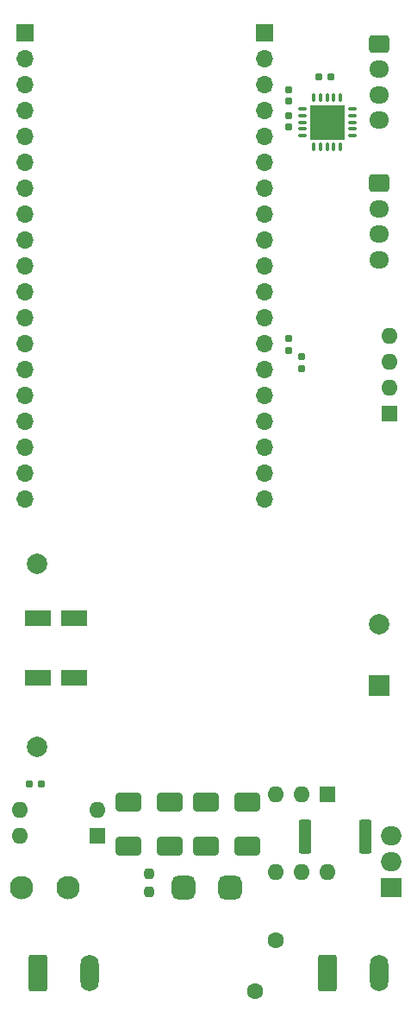
<source format=gbr>
%TF.GenerationSoftware,KiCad,Pcbnew,7.0.8*%
%TF.CreationDate,2024-01-30T16:00:28+08:00*%
%TF.ProjectId,esp32_temperature_controller,65737033-325f-4746-956d-706572617475,rev?*%
%TF.SameCoordinates,PX50e7ea0PY815a420*%
%TF.FileFunction,Soldermask,Bot*%
%TF.FilePolarity,Negative*%
%FSLAX46Y46*%
G04 Gerber Fmt 4.6, Leading zero omitted, Abs format (unit mm)*
G04 Created by KiCad (PCBNEW 7.0.8) date 2024-01-30 16:00:28*
%MOMM*%
%LPD*%
G01*
G04 APERTURE LIST*
G04 Aperture macros list*
%AMRoundRect*
0 Rectangle with rounded corners*
0 $1 Rounding radius*
0 $2 $3 $4 $5 $6 $7 $8 $9 X,Y pos of 4 corners*
0 Add a 4 corners polygon primitive as box body*
4,1,4,$2,$3,$4,$5,$6,$7,$8,$9,$2,$3,0*
0 Add four circle primitives for the rounded corners*
1,1,$1+$1,$2,$3*
1,1,$1+$1,$4,$5*
1,1,$1+$1,$6,$7*
1,1,$1+$1,$8,$9*
0 Add four rect primitives between the rounded corners*
20,1,$1+$1,$2,$3,$4,$5,0*
20,1,$1+$1,$4,$5,$6,$7,0*
20,1,$1+$1,$6,$7,$8,$9,0*
20,1,$1+$1,$8,$9,$2,$3,0*%
G04 Aperture macros list end*
%ADD10R,1.600000X1.600000*%
%ADD11O,1.600000X1.600000*%
%ADD12C,1.600000*%
%ADD13RoundRect,0.250000X-0.725000X0.600000X-0.725000X-0.600000X0.725000X-0.600000X0.725000X0.600000X0*%
%ADD14O,1.950000X1.700000*%
%ADD15RoundRect,0.250000X-0.650000X-1.550000X0.650000X-1.550000X0.650000X1.550000X-0.650000X1.550000X0*%
%ADD16O,1.800000X3.600000*%
%ADD17R,1.700000X1.700000*%
%ADD18O,1.700000X1.700000*%
%ADD19RoundRect,0.575000X0.575000X0.575000X-0.575000X0.575000X-0.575000X-0.575000X0.575000X-0.575000X0*%
%ADD20C,2.300000*%
%ADD21R,2.000000X2.000000*%
%ADD22C,2.000000*%
%ADD23R,2.000000X1.905000*%
%ADD24O,2.000000X1.905000*%
%ADD25RoundRect,0.250000X-0.362500X-1.425000X0.362500X-1.425000X0.362500X1.425000X-0.362500X1.425000X0*%
%ADD26RoundRect,0.155000X0.155000X-0.212500X0.155000X0.212500X-0.155000X0.212500X-0.155000X-0.212500X0*%
%ADD27RoundRect,0.160000X0.197500X0.160000X-0.197500X0.160000X-0.197500X-0.160000X0.197500X-0.160000X0*%
%ADD28RoundRect,0.250000X-1.000000X-0.650000X1.000000X-0.650000X1.000000X0.650000X-1.000000X0.650000X0*%
%ADD29RoundRect,0.250000X-1.050000X-0.550000X1.050000X-0.550000X1.050000X0.550000X-1.050000X0.550000X0*%
%ADD30RoundRect,0.075000X-0.075000X0.325000X-0.075000X-0.325000X0.075000X-0.325000X0.075000X0.325000X0*%
%ADD31RoundRect,0.075000X-0.325000X0.075000X-0.325000X-0.075000X0.325000X-0.075000X0.325000X0.075000X0*%
%ADD32R,3.350000X3.350000*%
%ADD33RoundRect,0.237500X0.237500X-0.250000X0.237500X0.250000X-0.237500X0.250000X-0.237500X-0.250000X0*%
%ADD34RoundRect,0.155000X-0.155000X0.212500X-0.155000X-0.212500X0.155000X-0.212500X0.155000X0.212500X0*%
G04 APERTURE END LIST*
D10*
%TO.C,U4*%
X31735000Y21072000D03*
D11*
X29195000Y21072000D03*
X26655000Y21072000D03*
X26655000Y13452000D03*
X29195000Y13452000D03*
X31735000Y13452000D03*
%TD*%
D12*
%TO.C,RV1*%
X24638000Y1778000D03*
X26638000Y6778000D03*
%TD*%
D13*
%TO.C,J6*%
X36830000Y81026000D03*
D14*
X36830000Y78526000D03*
X36830000Y76026000D03*
X36830000Y73526000D03*
%TD*%
D15*
%TO.C,J3*%
X3302000Y3556000D03*
D16*
X8382000Y3556000D03*
%TD*%
D15*
%TO.C,J4*%
X31750000Y3556000D03*
D16*
X36830000Y3556000D03*
%TD*%
D13*
%TO.C,J5*%
X36830000Y94702000D03*
D14*
X36830000Y92202000D03*
X36830000Y89702000D03*
X36830000Y87202000D03*
%TD*%
D17*
%TO.C,J1*%
X2057000Y95748000D03*
D18*
X2057000Y93208000D03*
X2057000Y90668000D03*
X2057000Y88128000D03*
X2057000Y85588000D03*
X2057000Y83048000D03*
X2057000Y80508000D03*
X2057000Y77968000D03*
X2057000Y75428000D03*
X2057000Y72888000D03*
X2057000Y70348000D03*
X2057000Y67808000D03*
X2057000Y65268000D03*
X2057000Y62728000D03*
X2057000Y60188000D03*
X2057000Y57648000D03*
X2057000Y55108000D03*
X2057000Y52568000D03*
X2057000Y50028000D03*
%TD*%
D10*
%TO.C,U3*%
X9134000Y17013000D03*
D11*
X9134000Y19553000D03*
X1514000Y19553000D03*
X1514000Y17013000D03*
%TD*%
D10*
%TO.C,J7*%
X37846000Y58420000D03*
D11*
X37846000Y60960000D03*
X37846000Y63500000D03*
X37846000Y66040000D03*
%TD*%
D17*
%TO.C,J2*%
X25557000Y95748000D03*
D18*
X25557000Y93208000D03*
X25557000Y90668000D03*
X25557000Y88128000D03*
X25557000Y85588000D03*
X25557000Y83048000D03*
X25557000Y80508000D03*
X25557000Y77968000D03*
X25557000Y75428000D03*
X25557000Y72888000D03*
X25557000Y70348000D03*
X25557000Y67808000D03*
X25557000Y65268000D03*
X25557000Y62728000D03*
X25557000Y60188000D03*
X25557000Y57648000D03*
X25557000Y55108000D03*
X25557000Y52568000D03*
X25557000Y50028000D03*
%TD*%
D19*
%TO.C,F1*%
X22188000Y11938000D03*
X17588000Y11938000D03*
D20*
X6288000Y11938000D03*
X1688000Y11938000D03*
%TD*%
D21*
%TO.C,PS1*%
X36830000Y31750000D03*
D22*
X36830000Y37750000D03*
X3230000Y25750000D03*
X3230000Y43750000D03*
%TD*%
D23*
%TO.C,D5*%
X38029000Y11938000D03*
D24*
X38029000Y14478000D03*
X38029000Y17018000D03*
%TD*%
D25*
%TO.C,R5*%
X29551500Y16936000D03*
X35476500Y16936000D03*
%TD*%
D26*
%TO.C,C6*%
X29210000Y62873000D03*
X29210000Y64008000D03*
%TD*%
%TO.C,C7*%
X27940000Y64651000D03*
X27940000Y65786000D03*
%TD*%
D27*
%TO.C,R7*%
X32093500Y91440000D03*
X30898500Y91440000D03*
%TD*%
D28*
%TO.C,D4*%
X12224000Y16002000D03*
X16224000Y16002000D03*
%TD*%
D29*
%TO.C,C2*%
X3280000Y38362000D03*
X6880000Y38362000D03*
%TD*%
D28*
%TO.C,D3*%
X12224000Y20320000D03*
X16224000Y20320000D03*
%TD*%
D30*
%TO.C,U1*%
X30420000Y89469500D03*
X31070000Y89469500D03*
X31720000Y89469500D03*
X32370000Y89469500D03*
X33020000Y89469500D03*
D31*
X34170000Y88319500D03*
X34170000Y87669500D03*
X34170000Y87019500D03*
X34170000Y86369500D03*
X34170000Y85719500D03*
D30*
X33020000Y84569500D03*
X32370000Y84569500D03*
X31720000Y84569500D03*
X31070000Y84569500D03*
X30420000Y84569500D03*
D31*
X29270000Y85719500D03*
X29270000Y86369500D03*
X29270000Y87019500D03*
X29270000Y87669500D03*
X29270000Y88319500D03*
D32*
X31720000Y87019500D03*
%TD*%
D26*
%TO.C,C4*%
X27940000Y86554500D03*
X27940000Y87689500D03*
%TD*%
D28*
%TO.C,D2*%
X19844000Y16002000D03*
X23844000Y16002000D03*
%TD*%
D33*
%TO.C,R2*%
X14224000Y11533500D03*
X14224000Y13358500D03*
%TD*%
D29*
%TO.C,C1*%
X3280000Y32512000D03*
X6880000Y32512000D03*
%TD*%
D34*
%TO.C,C3*%
X27940000Y90229500D03*
X27940000Y89094500D03*
%TD*%
D28*
%TO.C,D1*%
X19844000Y20320000D03*
X23844000Y20320000D03*
%TD*%
D27*
%TO.C,R3*%
X3645500Y22098000D03*
X2450500Y22098000D03*
%TD*%
M02*

</source>
